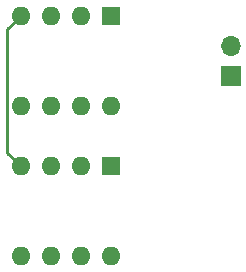
<source format=gbr>
%TF.GenerationSoftware,KiCad,Pcbnew,7.0.9*%
%TF.CreationDate,2023-12-12T23:50:20-05:00*%
%TF.ProjectId,attiny85,61747469-6e79-4383-952e-6b696361645f,rev?*%
%TF.SameCoordinates,Original*%
%TF.FileFunction,Copper,L2,Bot*%
%TF.FilePolarity,Positive*%
%FSLAX46Y46*%
G04 Gerber Fmt 4.6, Leading zero omitted, Abs format (unit mm)*
G04 Created by KiCad (PCBNEW 7.0.9) date 2023-12-12 23:50:20*
%MOMM*%
%LPD*%
G01*
G04 APERTURE LIST*
%TA.AperFunction,ComponentPad*%
%ADD10R,1.600000X1.600000*%
%TD*%
%TA.AperFunction,ComponentPad*%
%ADD11O,1.600000X1.600000*%
%TD*%
%TA.AperFunction,ComponentPad*%
%ADD12R,1.700000X1.700000*%
%TD*%
%TA.AperFunction,ComponentPad*%
%ADD13O,1.700000X1.700000*%
%TD*%
%TA.AperFunction,Conductor*%
%ADD14C,0.250000*%
%TD*%
G04 APERTURE END LIST*
D10*
%TO.P,U2,1,D5(A0)/ADC0/PB5/~{RESET}*%
%TO.N,unconnected-(U2-D5(A0){slash}ADC0{slash}PB5{slash}~{RESET}-Pad1)*%
X153525000Y-92710000D03*
D11*
%TO.P,U2,2,D3(A3)/ADC3/PB3*%
%TO.N,unconnected-(U2-D3(A3){slash}ADC3{slash}PB3-Pad2)*%
X150985000Y-92710000D03*
%TO.P,U2,3,D4(A2)/ADC2/PB4*%
%TO.N,unconnected-(U2-D4(A2){slash}ADC2{slash}PB4-Pad3)*%
X148445000Y-92710000D03*
%TO.P,U2,4,GND*%
%TO.N,GND*%
X145905000Y-92710000D03*
%TO.P,U2,5,D0/MOSI/SDA/PB0*%
%TO.N,Net-(J1-Pin_2)*%
X145905000Y-100330000D03*
%TO.P,U2,6,D1/MISO/PB1*%
%TO.N,unconnected-(U2-D1{slash}MISO{slash}PB1-Pad6)*%
X148445000Y-100330000D03*
%TO.P,U2,7,D2(A1)/SCL/SCK/PB2*%
%TO.N,Net-(J1-Pin_1)*%
X150985000Y-100330000D03*
%TO.P,U2,8,VCC*%
%TO.N,VCC*%
X153525000Y-100330000D03*
%TD*%
D10*
%TO.P,U1,1,D5(A0)/ADC0/PB5/~{RESET}*%
%TO.N,unconnected-(U1-D5(A0){slash}ADC0{slash}PB5{slash}~{RESET}-Pad1)*%
X153525000Y-80010000D03*
D11*
%TO.P,U1,2,D3(A3)/ADC3/PB3*%
%TO.N,unconnected-(U1-D3(A3){slash}ADC3{slash}PB3-Pad2)*%
X150985000Y-80010000D03*
%TO.P,U1,3,D4(A2)/ADC2/PB4*%
%TO.N,unconnected-(U1-D4(A2){slash}ADC2{slash}PB4-Pad3)*%
X148445000Y-80010000D03*
%TO.P,U1,4,GND*%
%TO.N,GND*%
X145905000Y-80010000D03*
%TO.P,U1,5,D0/MOSI/SDA/PB0*%
%TO.N,Net-(J1-Pin_2)*%
X145905000Y-87630000D03*
%TO.P,U1,6,D1/MISO/PB1*%
%TO.N,unconnected-(U1-D1{slash}MISO{slash}PB1-Pad6)*%
X148445000Y-87630000D03*
%TO.P,U1,7,D2(A1)/SCL/SCK/PB2*%
%TO.N,Net-(J1-Pin_1)*%
X150985000Y-87630000D03*
%TO.P,U1,8,VCC*%
%TO.N,VCC*%
X153525000Y-87630000D03*
%TD*%
D12*
%TO.P,J1,1,Pin_1*%
%TO.N,Net-(J1-Pin_1)*%
X163685000Y-85090000D03*
D13*
%TO.P,J1,2,Pin_2*%
%TO.N,Net-(J1-Pin_2)*%
X163685000Y-82550000D03*
%TD*%
D14*
%TO.N,GND*%
X144780000Y-81135000D02*
X145905000Y-80010000D01*
X144780000Y-91585000D02*
X144780000Y-81135000D01*
X145905000Y-92710000D02*
X144780000Y-91585000D01*
%TD*%
M02*

</source>
